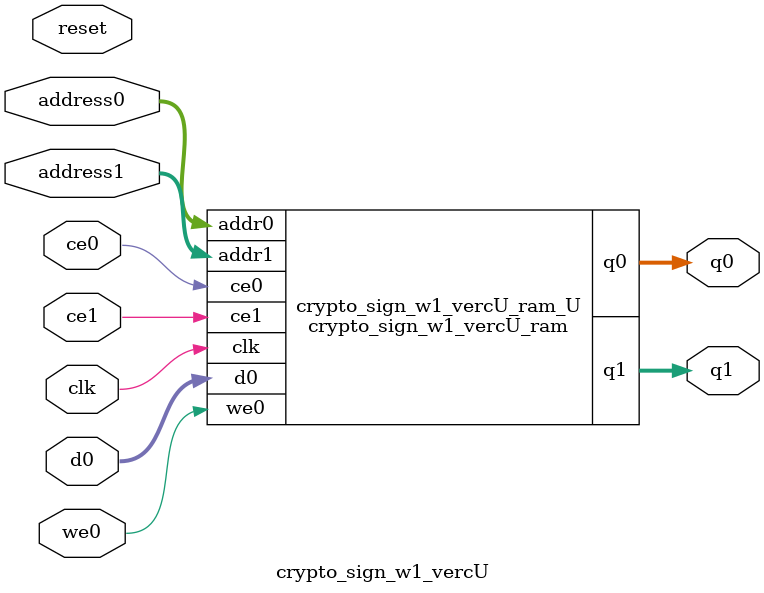
<source format=v>

`timescale 1 ns / 1 ps
module crypto_sign_w1_vercU_ram (addr0, ce0, d0, we0, q0, addr1, ce1, q1,  clk);

parameter DWIDTH = 32;
parameter AWIDTH = 11;
parameter MEM_SIZE = 1280;

input[AWIDTH-1:0] addr0;
input ce0;
input[DWIDTH-1:0] d0;
input we0;
output reg[DWIDTH-1:0] q0;
input[AWIDTH-1:0] addr1;
input ce1;
output reg[DWIDTH-1:0] q1;
input clk;

(* ram_style = "block" *)reg [DWIDTH-1:0] ram[0:MEM_SIZE-1];




always @(posedge clk)  
begin 
    if (ce0) 
    begin
        if (we0) 
        begin 
            ram[addr0] <= d0; 
            q0 <= d0;
        end 
        else 
            q0 <= ram[addr0];
    end
end


always @(posedge clk)  
begin 
    if (ce1) 
    begin
            q1 <= ram[addr1];
    end
end


endmodule


`timescale 1 ns / 1 ps
module crypto_sign_w1_vercU(
    reset,
    clk,
    address0,
    ce0,
    we0,
    d0,
    q0,
    address1,
    ce1,
    q1);

parameter DataWidth = 32'd32;
parameter AddressRange = 32'd1280;
parameter AddressWidth = 32'd11;
input reset;
input clk;
input[AddressWidth - 1:0] address0;
input ce0;
input we0;
input[DataWidth - 1:0] d0;
output[DataWidth - 1:0] q0;
input[AddressWidth - 1:0] address1;
input ce1;
output[DataWidth - 1:0] q1;



crypto_sign_w1_vercU_ram crypto_sign_w1_vercU_ram_U(
    .clk( clk ),
    .addr0( address0 ),
    .ce0( ce0 ),
    .we0( we0 ),
    .d0( d0 ),
    .q0( q0 ),
    .addr1( address1 ),
    .ce1( ce1 ),
    .q1( q1 ));

endmodule


</source>
